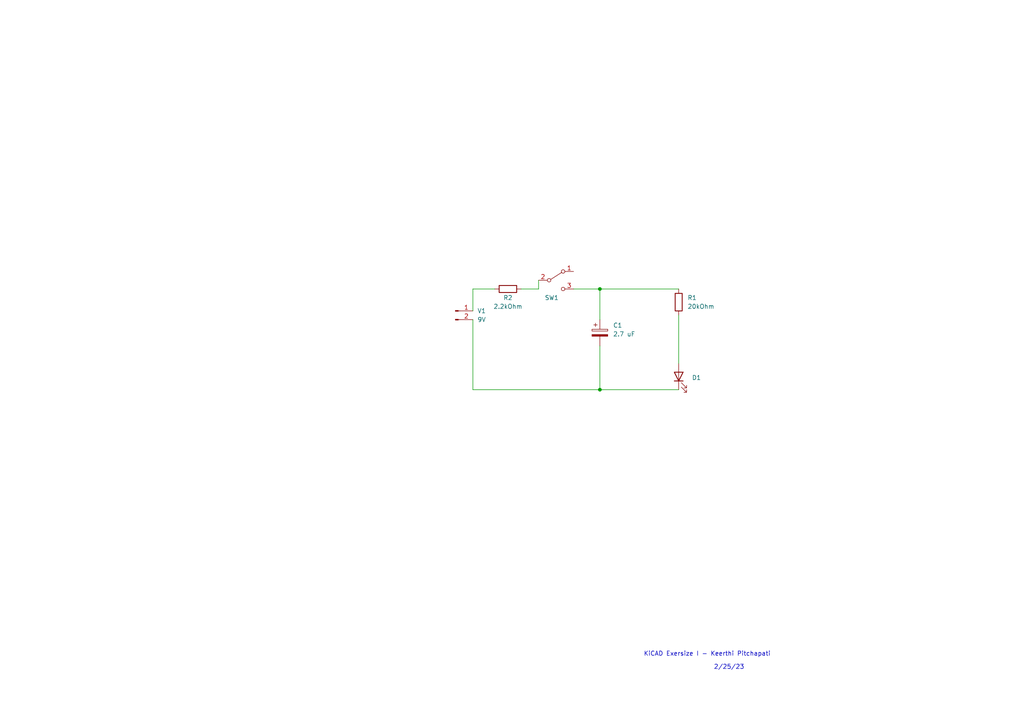
<source format=kicad_sch>
(kicad_sch (version 20211123) (generator eeschema)
  (paper "A4")
  (lib_symbols
    (symbol "Connector:Conn_01x02_Male" (pin_names (offset 1.016) hide)
      (property "Reference" "J" (at 0 2.54 0))
      (property "Value" "Conn_01x02_Male" (at 0 -5.08 0))
      (symbol "Conn_01x02_Male_1_1"
        (polyline (pts (xy 1.27 -2.54) (xy 0.8636 -2.54)) (stroke (width 0.1524)))
        (polyline (pts (xy 1.27 0) (xy 0.8636 0)) (stroke (width 0.1524)))
        (rectangle (start 0.8636 -2.413) (end 0 -2.667) (stroke (width 0.1524)) (fill (type outline)))
        (rectangle (start 0.8636 0.127) (end 0 -0.127) (stroke (width 0.1524)) (fill (type outline)))
        (pin passive line (at 5.08 0 180) (length 3.81) (name "Pin_1") (number "1"))
        (pin passive line (at 5.08 -2.54 180) (length 3.81) (name "Pin_2") (number "2"))
      )
    )
    (symbol "Device:C_Polarized" (pin_numbers hide) (pin_names (offset 0.254))
      (property "Reference" "C" (at 0.635 2.54 0))
      (property "Value" "C_Polarized" (at 0.635 -2.54 0))
      (symbol "C_Polarized_0_1"
        (rectangle (start -2.286 0.508) (end 2.286 1.016))
        (polyline (pts (xy -1.778 2.286) (xy -0.762 2.286)))
        (polyline (pts (xy -1.27 2.794) (xy -1.27 1.778)))
        (rectangle (start 2.286 -0.508) (end -2.286 -1.016) (fill (type outline)))
      )
      (symbol "C_Polarized_1_1"
        (pin passive line (at 0 3.81 270) (length 2.794) (name "~") (number "1"))
        (pin passive line (at 0 -3.81 90) (length 2.794) (name "~") (number "2"))
      )
    )
    (symbol "Device:LED" (pin_numbers hide) (pin_names (offset 1.016) hide)
      (property "Reference" "D" (at 0 2.54 0))
      (property "Value" "LED" (at 0 -2.54 0))
      (symbol "LED_0_1"
        (polyline (pts (xy -1.27 -1.27) (xy -1.27 1.27)) (stroke (width 0.254)))
        (polyline (pts (xy -1.27 0) (xy 1.27 0)))
        (polyline (pts (xy 1.27 -1.27) (xy 1.27 1.27) (xy -1.27 0) (xy 1.27 -1.27)) (stroke (width 0.254)))
        (polyline (pts (xy -3.048 -0.762) (xy -4.572 -2.286) (xy -3.81 -2.286) (xy -4.572 -2.286) (xy -4.572 -1.524)))
        (polyline (pts (xy -1.778 -0.762) (xy -3.302 -2.286) (xy -2.54 -2.286) (xy -3.302 -2.286) (xy -3.302 -1.524)))
      )
      (symbol "LED_1_1"
        (pin passive line (at -3.81 0 0) (length 2.54) (name "K") (number "1"))
        (pin passive line (at 3.81 0 180) (length 2.54) (name "A") (number "2"))
      )
    )
    (symbol "Device:R" (pin_numbers hide) (pin_names (offset 0))
      (property "Reference" "R" (at 2.032 0 90))
      (property "Value" "R" (at 0 0 90))
      (symbol "R_0_1"
        (rectangle (start -1.016 -2.54) (end 1.016 2.54) (stroke (width 0.254)))
      )
      (symbol "R_1_1"
        (pin passive line (at 0 3.81 270) (length 1.27) (name "~") (number "1"))
        (pin passive line (at 0 -3.81 90) (length 1.27) (name "~") (number "2"))
      )
    )
    (symbol "Switch:SW_SPDT" (pin_names (offset 0) hide)
      (property "Reference" "SW" (at 0 4.318 0))
      (property "Value" "SW_SPDT" (at 0 -5.08 0))
      (symbol "SW_SPDT_0_0"
        (circle (center -2.032 0) (radius 0.508))
        (circle (center 2.032 -2.54) (radius 0.508))
      )
      (symbol "SW_SPDT_0_1"
        (polyline (pts (xy -1.524 0.254) (xy 1.651 2.286)))
        (circle (center 2.032 2.54) (radius 0.508))
      )
      (symbol "SW_SPDT_1_1"
        (pin passive line (at 5.08 2.54 180) (length 2.54) (name "A") (number "1"))
        (pin passive line (at -5.08 0 0) (length 2.54) (name "B") (number "2"))
        (pin passive line (at 5.08 -2.54 180) (length 2.54) (name "C") (number "3"))
      )
    )
  )
  (junction (at 173.99 113.03))
  (junction (at 173.99 83.82))
  (wire (pts (xy 151.13 83.82) (xy 156.21 83.82)))
  (wire (pts (xy 173.99 100.33) (xy 173.99 113.03)))
  (wire (pts (xy 143.51 83.82) (xy 137.16 83.82)))
  (wire (pts (xy 173.99 83.82) (xy 196.85 83.82)))
  (wire (pts (xy 173.99 83.82) (xy 173.99 92.71)))
  (wire (pts (xy 196.85 91.44) (xy 196.85 105.41)))
  (wire (pts (xy 137.16 113.03) (xy 173.99 113.03)))
  (wire (pts (xy 137.16 92.71) (xy 137.16 113.03)))
  (wire (pts (xy 166.37 83.82) (xy 173.99 83.82)))
  (wire (pts (xy 137.16 83.82) (xy 137.16 90.17)))
  (wire (pts (xy 173.99 113.03) (xy 196.85 113.03)))
  (wire (pts (xy 156.21 83.82) (xy 156.21 81.28)))
  (text "KiCAD Exersize I - Keerthi Pitchapati \n" (at 186.69 190.5 0) (effects (font (size 1.27 1.27)) (justify left bottom)))
  (text "2/25/23\n" (at 207.01 194.31 0) (effects (font (size 1.27 1.27)) (justify left bottom)))
  (symbol (lib_id "Device:C_Polarized") (at 173.99 96.52 0) (unit 1)
    (property "Reference" "C1" (at 177.8 94.3609 0) (effects (justify left)))
    (property "Value" "2.7 uF" (at 177.8 96.9009 0) (effects (justify left)))
  )
  (symbol (lib_id "Device:R") (at 196.85 87.63 0) (unit 1)
    (property "Reference" "R1" (at 199.39 86.3599 0) (effects (justify left)))
    (property "Value" "20kOhm" (at 199.39 88.8999 0) (effects (justify left)))
  )
  (symbol (lib_id "Device:R") (at 147.32 83.82 270) (unit 1)
    (property "Reference" "2.2kOhm" (at 147.32 88.9 90))
    (property "Value" "R2" (at 147.32 86.36 90))
  )
  (symbol (lib_id "Connector:Conn_01x02_Male") (at 132.08 90.17 0) (unit 1)
    (property "Reference" "V1" (at 139.7 90.17 0))
    (property "Value" "9V" (at 139.7 92.71 0))
  )
  (symbol (lib_id "Device:LED") (at 196.85 109.22 90) (unit 1)
    (property "Reference" "D1" (at 200.66 109.5374 90) (effects (justify right)))
    (property "Value" "    " (at 200.66 112.0774 90) (effects (justify right)))
  )
  (symbol (lib_id "Switch:SW_SPDT") (at 161.29 81.28 0) (unit 1)
    (property "Reference" "SW1" (at 160.02 86.36 0))
    (property "Value" "  " (at 161.29 76.2 0))
  )
)
</source>
